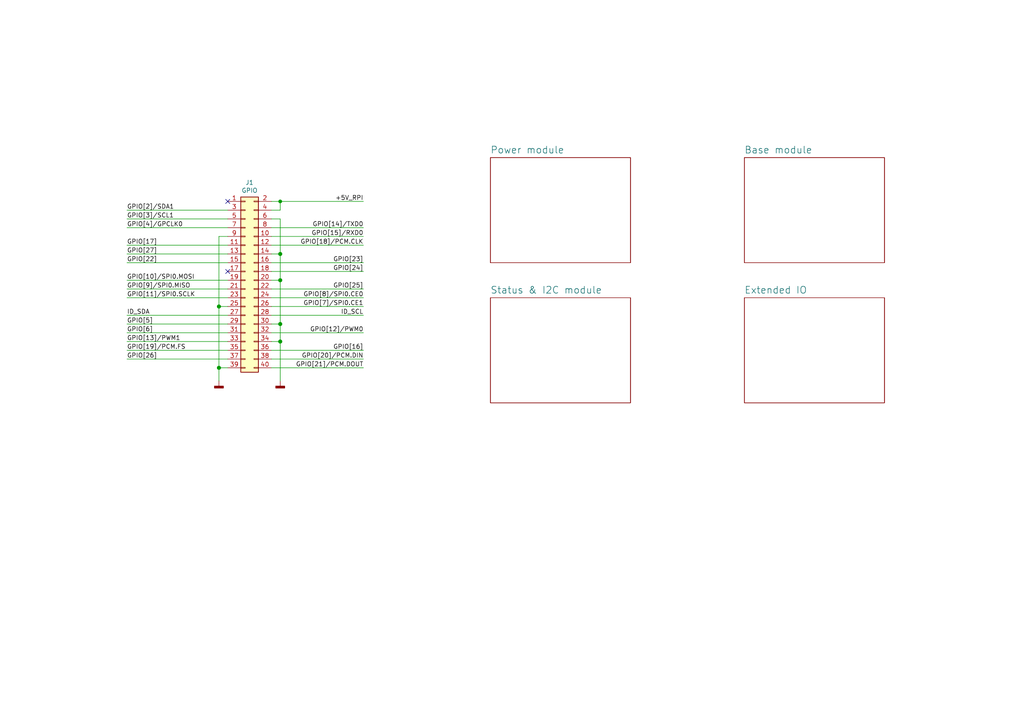
<source format=kicad_sch>
(kicad_sch (version 20211123) (generator eeschema)
  (paper "A4")
  (title_block (title "The Ulysses Board") (date "2022-09-04") (rev "1.3") (company "Dirk Gottschalk") (comment 2 "Schematics") (comment 3 "Draft") (comment 4 "EN") (comment 5 "Tech- dev.") (comment 6 "n/a") (comment 7 "Dirk Gottschalk"))
  (lib_symbols
    (symbol "Connector_Generic:Conn_02x20_Odd_Even" (pin_names (offset 1.016) hide)
      (property "Reference" "J" (at 1.27 25.4 0))
      (property "Value" "Conn_02x20_Odd_Even" (at 1.27 -27.94 0))
      (symbol "Conn_02x20_Odd_Even_1_1"
        (rectangle (start -1.27 -25.273) (end 0 -25.527) (stroke (width 0.1524)))
        (rectangle (start -1.27 -22.733) (end 0 -22.987) (stroke (width 0.1524)))
        (rectangle (start -1.27 -20.193) (end 0 -20.447) (stroke (width 0.1524)))
        (rectangle (start -1.27 -17.653) (end 0 -17.907) (stroke (width 0.1524)))
        (rectangle (start -1.27 -15.113) (end 0 -15.367) (stroke (width 0.1524)))
        (rectangle (start -1.27 -12.573) (end 0 -12.827) (stroke (width 0.1524)))
        (rectangle (start -1.27 -10.033) (end 0 -10.287) (stroke (width 0.1524)))
        (rectangle (start -1.27 -7.493) (end 0 -7.747) (stroke (width 0.1524)))
        (rectangle (start -1.27 -4.953) (end 0 -5.207) (stroke (width 0.1524)))
        (rectangle (start -1.27 -2.413) (end 0 -2.667) (stroke (width 0.1524)))
        (rectangle (start -1.27 0.127) (end 0 -0.127) (stroke (width 0.1524)))
        (rectangle (start -1.27 2.667) (end 0 2.413) (stroke (width 0.1524)))
        (rectangle (start -1.27 5.207) (end 0 4.953) (stroke (width 0.1524)))
        (rectangle (start -1.27 7.747) (end 0 7.493) (stroke (width 0.1524)))
        (rectangle (start -1.27 10.287) (end 0 10.033) (stroke (width 0.1524)))
        (rectangle (start -1.27 12.827) (end 0 12.573) (stroke (width 0.1524)))
        (rectangle (start -1.27 15.367) (end 0 15.113) (stroke (width 0.1524)))
        (rectangle (start -1.27 17.907) (end 0 17.653) (stroke (width 0.1524)))
        (rectangle (start -1.27 20.447) (end 0 20.193) (stroke (width 0.1524)))
        (rectangle (start -1.27 22.987) (end 0 22.733) (stroke (width 0.1524)))
        (rectangle (start -1.27 24.13) (end 3.81 -26.67) (stroke (width 0.254)) (fill (type background)))
        (rectangle (start 3.81 -25.273) (end 2.54 -25.527) (stroke (width 0.1524)))
        (rectangle (start 3.81 -22.733) (end 2.54 -22.987) (stroke (width 0.1524)))
        (rectangle (start 3.81 -20.193) (end 2.54 -20.447) (stroke (width 0.1524)))
        (rectangle (start 3.81 -17.653) (end 2.54 -17.907) (stroke (width 0.1524)))
        (rectangle (start 3.81 -15.113) (end 2.54 -15.367) (stroke (width 0.1524)))
        (rectangle (start 3.81 -12.573) (end 2.54 -12.827) (stroke (width 0.1524)))
        (rectangle (start 3.81 -10.033) (end 2.54 -10.287) (stroke (width 0.1524)))
        (rectangle (start 3.81 -7.493) (end 2.54 -7.747) (stroke (width 0.1524)))
        (rectangle (start 3.81 -4.953) (end 2.54 -5.207) (stroke (width 0.1524)))
        (rectangle (start 3.81 -2.413) (end 2.54 -2.667) (stroke (width 0.1524)))
        (rectangle (start 3.81 0.127) (end 2.54 -0.127) (stroke (width 0.1524)))
        (rectangle (start 3.81 2.667) (end 2.54 2.413) (stroke (width 0.1524)))
        (rectangle (start 3.81 5.207) (end 2.54 4.953) (stroke (width 0.1524)))
        (rectangle (start 3.81 7.747) (end 2.54 7.493) (stroke (width 0.1524)))
        (rectangle (start 3.81 10.287) (end 2.54 10.033) (stroke (width 0.1524)))
        (rectangle (start 3.81 12.827) (end 2.54 12.573) (stroke (width 0.1524)))
        (rectangle (start 3.81 15.367) (end 2.54 15.113) (stroke (width 0.1524)))
        (rectangle (start 3.81 17.907) (end 2.54 17.653) (stroke (width 0.1524)))
        (rectangle (start 3.81 20.447) (end 2.54 20.193) (stroke (width 0.1524)))
        (rectangle (start 3.81 22.987) (end 2.54 22.733) (stroke (width 0.1524)))
        (pin passive line (at -5.08 22.86 0) (length 3.81) (name "Pin_1") (number "1"))
        (pin passive line (at 7.62 12.7 180) (length 3.81) (name "Pin_10") (number "10"))
        (pin passive line (at -5.08 10.16 0) (length 3.81) (name "Pin_11") (number "11"))
        (pin passive line (at 7.62 10.16 180) (length 3.81) (name "Pin_12") (number "12"))
        (pin passive line (at -5.08 7.62 0) (length 3.81) (name "Pin_13") (number "13"))
        (pin passive line (at 7.62 7.62 180) (length 3.81) (name "Pin_14") (number "14"))
        (pin passive line (at -5.08 5.08 0) (length 3.81) (name "Pin_15") (number "15"))
        (pin passive line (at 7.62 5.08 180) (length 3.81) (name "Pin_16") (number "16"))
        (pin passive line (at -5.08 2.54 0) (length 3.81) (name "Pin_17") (number "17"))
        (pin passive line (at 7.62 2.54 180) (length 3.81) (name "Pin_18") (number "18"))
        (pin passive line (at -5.08 0 0) (length 3.81) (name "Pin_19") (number "19"))
        (pin passive line (at 7.62 22.86 180) (length 3.81) (name "Pin_2") (number "2"))
        (pin passive line (at 7.62 0 180) (length 3.81) (name "Pin_20") (number "20"))
        (pin passive line (at -5.08 -2.54 0) (length 3.81) (name "Pin_21") (number "21"))
        (pin passive line (at 7.62 -2.54 180) (length 3.81) (name "Pin_22") (number "22"))
        (pin passive line (at -5.08 -5.08 0) (length 3.81) (name "Pin_23") (number "23"))
        (pin passive line (at 7.62 -5.08 180) (length 3.81) (name "Pin_24") (number "24"))
        (pin passive line (at -5.08 -7.62 0) (length 3.81) (name "Pin_25") (number "25"))
        (pin passive line (at 7.62 -7.62 180) (length 3.81) (name "Pin_26") (number "26"))
        (pin passive line (at -5.08 -10.16 0) (length 3.81) (name "Pin_27") (number "27"))
        (pin passive line (at 7.62 -10.16 180) (length 3.81) (name "Pin_28") (number "28"))
        (pin passive line (at -5.08 -12.7 0) (length 3.81) (name "Pin_29") (number "29"))
        (pin passive line (at -5.08 20.32 0) (length 3.81) (name "Pin_3") (number "3"))
        (pin passive line (at 7.62 -12.7 180) (length 3.81) (name "Pin_30") (number "30"))
        (pin passive line (at -5.08 -15.24 0) (length 3.81) (name "Pin_31") (number "31"))
        (pin passive line (at 7.62 -15.24 180) (length 3.81) (name "Pin_32") (number "32"))
        (pin passive line (at -5.08 -17.78 0) (length 3.81) (name "Pin_33") (number "33"))
        (pin passive line (at 7.62 -17.78 180) (length 3.81) (name "Pin_34") (number "34"))
        (pin passive line (at -5.08 -20.32 0) (length 3.81) (name "Pin_35") (number "35"))
        (pin passive line (at 7.62 -20.32 180) (length 3.81) (name "Pin_36") (number "36"))
        (pin passive line (at -5.08 -22.86 0) (length 3.81) (name "Pin_37") (number "37"))
        (pin passive line (at 7.62 -22.86 180) (length 3.81) (name "Pin_38") (number "38"))
        (pin passive line (at -5.08 -25.4 0) (length 3.81) (name "Pin_39") (number "39"))
        (pin passive line (at 7.62 20.32 180) (length 3.81) (name "Pin_4") (number "4"))
        (pin passive line (at 7.62 -25.4 180) (length 3.81) (name "Pin_40") (number "40"))
        (pin passive line (at -5.08 17.78 0) (length 3.81) (name "Pin_5") (number "5"))
        (pin passive line (at 7.62 17.78 180) (length 3.81) (name "Pin_6") (number "6"))
        (pin passive line (at -5.08 15.24 0) (length 3.81) (name "Pin_7") (number "7"))
        (pin passive line (at 7.62 15.24 180) (length 3.81) (name "Pin_8") (number "8"))
        (pin passive line (at -5.08 12.7 0) (length 3.81) (name "Pin_9") (number "9"))
      )
    )
    (symbol "power:GNDD" (power) (pin_names (offset 0))
      (property "Value" "GNDD" (at 0 -3.175 0))
      (symbol "GNDD_0_1"
        (rectangle (start -1.27 -1.524) (end 1.27 -2.032) (stroke (width 0.254)) (fill (type outline)))
        (polyline (pts (xy 0 0) (xy 0 -1.524)))
      )
      (symbol "GNDD_1_1"
        (pin power_in line (at 0 0 270) (length 0) hide (name "GNDD") (number "1"))
      )
    )
  )
  (junction (at 81.28 73.66) (diameter 1.016))
  (junction (at 81.28 58.42))
  (junction (at 63.5 106.68) (diameter 1.016))
  (junction (at 63.5 88.9) (diameter 1.016))
  (junction (at 81.28 99.06) (diameter 1.016))
  (junction (at 81.28 93.98) (diameter 1.016))
  (junction (at 81.28 81.28) (diameter 1.016))
  (no_connect (at 66.04 58.42))
  (no_connect (at 66.04 78.74))
  (wire (pts (xy 63.5 88.9) (xy 63.5 106.68)))
  (wire (pts (xy 78.74 88.9) (xy 105.41 88.9)))
  (wire (pts (xy 66.04 71.12) (xy 36.83 71.12)))
  (wire (pts (xy 81.28 63.5) (xy 81.28 73.66)))
  (wire (pts (xy 81.28 81.28) (xy 78.74 81.28)))
  (wire (pts (xy 81.28 58.42) (xy 105.41 58.42)))
  (wire (pts (xy 81.28 93.98) (xy 81.28 99.06)))
  (wire (pts (xy 81.28 81.28) (xy 81.28 93.98)))
  (wire (pts (xy 78.74 66.04) (xy 105.41 66.04)))
  (wire (pts (xy 63.5 68.58) (xy 63.5 88.9)))
  (wire (pts (xy 63.5 68.58) (xy 66.04 68.58)))
  (wire (pts (xy 78.74 86.36) (xy 105.41 86.36)))
  (wire (pts (xy 66.04 91.44) (xy 36.83 91.44)))
  (wire (pts (xy 36.83 93.98) (xy 66.04 93.98)))
  (wire (pts (xy 63.5 88.9) (xy 66.04 88.9)))
  (wire (pts (xy 78.74 76.2) (xy 105.41 76.2)))
  (wire (pts (xy 78.74 106.68) (xy 105.41 106.68)))
  (wire (pts (xy 63.5 106.68) (xy 63.5 110.49)))
  (wire (pts (xy 36.83 73.66) (xy 66.04 73.66)))
  (wire (pts (xy 81.28 99.06) (xy 78.74 99.06)))
  (wire (pts (xy 36.83 63.5) (xy 66.04 63.5)))
  (wire (pts (xy 36.83 86.36) (xy 66.04 86.36)))
  (wire (pts (xy 66.04 60.96) (xy 36.83 60.96)))
  (wire (pts (xy 81.28 58.42) (xy 81.28 60.96)))
  (wire (pts (xy 81.28 73.66) (xy 81.28 81.28)))
  (wire (pts (xy 78.74 71.12) (xy 105.41 71.12)))
  (wire (pts (xy 81.28 73.66) (xy 78.74 73.66)))
  (wire (pts (xy 36.83 66.04) (xy 66.04 66.04)))
  (wire (pts (xy 81.28 58.42) (xy 78.74 58.42)))
  (wire (pts (xy 78.74 78.74) (xy 105.41 78.74)))
  (wire (pts (xy 78.74 68.58) (xy 105.41 68.58)))
  (wire (pts (xy 36.83 76.2) (xy 66.04 76.2)))
  (wire (pts (xy 36.83 83.82) (xy 66.04 83.82)))
  (wire (pts (xy 36.83 96.52) (xy 66.04 96.52)))
  (wire (pts (xy 81.28 60.96) (xy 78.74 60.96)))
  (wire (pts (xy 36.83 101.6) (xy 66.04 101.6)))
  (wire (pts (xy 78.74 101.6) (xy 105.41 101.6)))
  (wire (pts (xy 78.74 96.52) (xy 105.41 96.52)))
  (wire (pts (xy 63.5 106.68) (xy 66.04 106.68)))
  (wire (pts (xy 78.74 104.14) (xy 105.41 104.14)))
  (wire (pts (xy 81.28 63.5) (xy 78.74 63.5)))
  (wire (pts (xy 36.83 104.14) (xy 66.04 104.14)))
  (wire (pts (xy 81.28 99.06) (xy 81.28 110.49)))
  (wire (pts (xy 78.74 83.82) (xy 105.41 83.82)))
  (wire (pts (xy 66.04 99.06) (xy 36.83 99.06)))
  (wire (pts (xy 81.28 93.98) (xy 78.74 93.98)))
  (wire (pts (xy 66.04 81.28) (xy 36.83 81.28)))
  (wire (pts (xy 78.74 91.44) (xy 105.41 91.44)))
  (label "+5V_RPI" (at 105.41 58.42 180))
  (label "ID_SDA" (at 36.83 91.44 0))
  (label "GPIO[6]" (at 36.83 96.52 0))
  (label "ID_SCL" (at 105.41 91.44 180))
  (label "GPIO[5]" (at 36.83 93.98 0))
  (label "GPIO[21]{slash}PCM.DOUT" (at 105.41 106.68 180))
  (label "GPIO[19]{slash}PCM.FS" (at 36.83 101.6 0))
  (label "GPIO[10]{slash}SPI0.MOSI" (at 36.83 81.28 0))
  (label "GPIO[9]{slash}SPI0.MISO" (at 36.83 83.82 0))
  (label "GPIO[23]" (at 105.41 76.2 180))
  (label "GPIO[4]{slash}GPCLK0" (at 36.83 66.04 0))
  (label "GPIO[27]" (at 36.83 73.66 0))
  (label "GPIO[26]" (at 36.83 104.14 0))
  (label "GPIO[14]{slash}TXD0" (at 105.41 66.04 180))
  (label "GPIO[8]{slash}SPI0.CE0" (at 105.41 86.36 180))
  (label "GPIO[15]{slash}RXD0" (at 105.41 68.58 180))
  (label "GPIO[16]" (at 105.41 101.6 180))
  (label "GPIO[22]" (at 36.83 76.2 0))
  (label "GPIO[2]{slash}SDA1" (at 36.83 60.96 0))
  (label "GPIO[17]" (at 36.83 71.12 0))
  (label "GPIO[25]" (at 105.41 83.82 180))
  (label "GPIO[3]{slash}SCL1" (at 36.83 63.5 0))
  (label "GPIO[18]{slash}PCM.CLK" (at 105.41 71.12 180))
  (label "GPIO[12]{slash}PWM0" (at 105.41 96.52 180))
  (label "GPIO[13]{slash}PWM1" (at 36.83 99.06 0))
  (label "GPIO[20]{slash}PCM.DIN" (at 105.41 104.14 180))
  (label "GPIO[24]" (at 105.41 78.74 180))
  (label "GPIO[7]{slash}SPI0.CE1" (at 105.41 88.9 180))
  (label "GPIO[11]{slash}SPI0.SCLK" (at 36.83 86.36 0))
  (symbol (lib_id "Connector_Generic:Conn_02x20_Odd_Even") (at 71.12 81.28 0) (unit 1)
    (property "Reference" "J1" (at 72.39 52.9398 0))
    (property "Value" "GPIO" (at 72.39 55.245 0))
    (property "Footprint" "Connector_PinSocket_2.54mm:PinSocket_2x20_P2.54mm_Vertical" (effects hide))
  )
  (symbol (lib_id "power:GNDD") (at 81.28 110.49 0) (unit 1)
    (property "Reference" "#PWR02" (effects hide))
    (property "Value" "GNDD" (effects hide))
  )
  (symbol (lib_id "power:GNDD") (at 63.5 110.49 0) (unit 1)
    (property "Reference" "#PWR01" (effects hide))
    (property "Value" "GNDD" (effects hide))
  )
  (sheet (at 215.9 86.36) (size 40.64 30.48) (stroke (width 0.1524))
    (property "Sheet name" "Extended IO" (at 215.9 85.2834 0) (effects (font (size 2 2)) (justify left bottom)))
    (property "Sheet file" "ext_io.kicad_sch" (effects hide))
  )
  (sheet (at 215.9 45.72) (size 40.64 30.48) (stroke (width 0.1524))
    (property "Sheet name" "Base module" (at 215.9 44.6434 0) (effects (font (size 2 2)) (justify left bottom)))
    (property "Sheet file" "base_mod.kicad_sch" (effects hide))
  )
  (sheet (at 142.24 86.36) (size 40.64 30.48) (stroke (width 0.1524))
    (property "Sheet name" "Status & I2C module" (at 142.24 85.2834 0) (effects (font (size 2 2)) (justify left bottom)))
    (property "Sheet file" "extended_io.kicad_sch" (effects hide))
  )
  (sheet (at 142.24 45.72) (size 40.64 30.48) (stroke (width 0.1524))
    (property "Sheet name" "Power module" (at 142.24 44.6434 0) (effects (font (size 2 2)) (justify left bottom)))
    (property "Sheet file" "pwr_reg.kicad_sch" (effects hide))
  )
)
</source>
